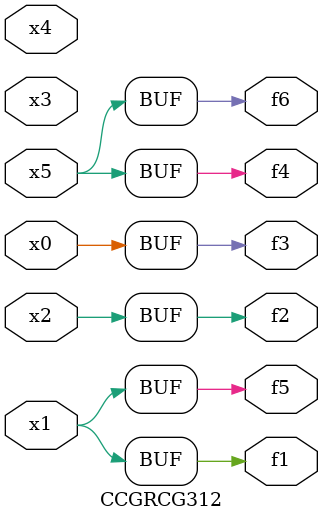
<source format=v>
module CCGRCG312(
	input x0, x1, x2, x3, x4, x5,
	output f1, f2, f3, f4, f5, f6
);
	assign f1 = x1;
	assign f2 = x2;
	assign f3 = x0;
	assign f4 = x5;
	assign f5 = x1;
	assign f6 = x5;
endmodule

</source>
